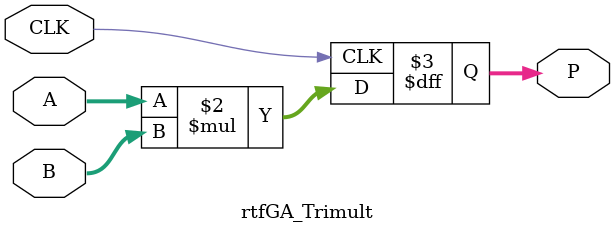
<source format=v>

module rtfGA_Trimult(CLK, A, B, P);
parameter WID=64;
input CLK;
input [WID:1] A;
input [WID:1] B;
output [WID*2:1] P;

always @(posedge CLK)
	P = A * B;

endmodule
</source>
